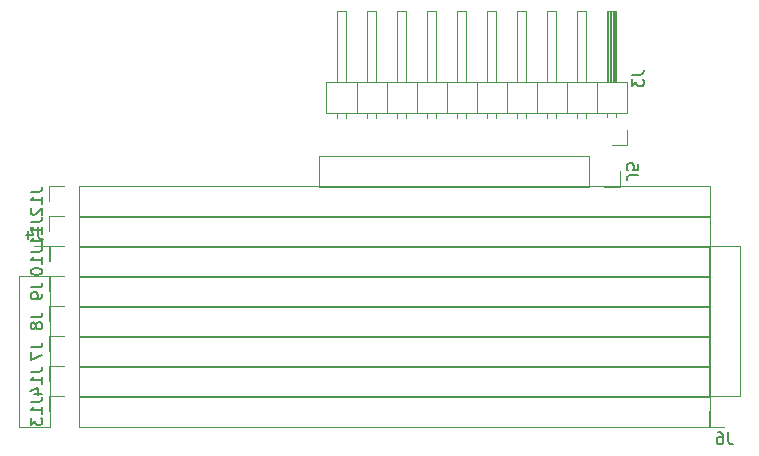
<source format=gbr>
G04 #@! TF.GenerationSoftware,KiCad,Pcbnew,(5.1.4)-1*
G04 #@! TF.CreationDate,2022-10-21T15:02:13+02:00*
G04 #@! TF.ProjectId,REG1-App-Universal,52454731-2d41-4707-902d-556e69766572,V00.01*
G04 #@! TF.SameCoordinates,Original*
G04 #@! TF.FileFunction,Legend,Bot*
G04 #@! TF.FilePolarity,Positive*
%FSLAX46Y46*%
G04 Gerber Fmt 4.6, Leading zero omitted, Abs format (unit mm)*
G04 Created by KiCad (PCBNEW (5.1.4)-1) date 2022-10-21 15:02:13*
%MOMM*%
%LPD*%
G04 APERTURE LIST*
%ADD10C,0.120000*%
%ADD11C,0.150000*%
G04 APERTURE END LIST*
D10*
X83110000Y-114230000D02*
X83110000Y-115560000D01*
X84440000Y-114230000D02*
X83110000Y-114230000D01*
X85710000Y-114230000D02*
X85710000Y-116890000D01*
X85710000Y-116890000D02*
X139110000Y-116890000D01*
X85710000Y-114230000D02*
X139110000Y-114230000D01*
X139110000Y-114230000D02*
X139110000Y-116890000D01*
X83110000Y-116770000D02*
X83110000Y-118100000D01*
X84440000Y-116770000D02*
X83110000Y-116770000D01*
X85710000Y-116770000D02*
X85710000Y-119430000D01*
X85710000Y-119430000D02*
X139110000Y-119430000D01*
X85710000Y-116770000D02*
X139110000Y-116770000D01*
X139110000Y-116770000D02*
X139110000Y-119430000D01*
X83110000Y-98990000D02*
X83110000Y-100320000D01*
X84440000Y-98990000D02*
X83110000Y-98990000D01*
X85710000Y-98990000D02*
X85710000Y-101650000D01*
X85710000Y-101650000D02*
X139110000Y-101650000D01*
X85710000Y-98990000D02*
X139110000Y-98990000D01*
X139110000Y-98990000D02*
X139110000Y-101650000D01*
X83110000Y-101530000D02*
X83110000Y-102860000D01*
X84440000Y-101530000D02*
X83110000Y-101530000D01*
X85710000Y-101530000D02*
X85710000Y-104190000D01*
X85710000Y-104190000D02*
X139110000Y-104190000D01*
X85710000Y-101530000D02*
X139110000Y-101530000D01*
X139110000Y-101530000D02*
X139110000Y-104190000D01*
X83110000Y-104070000D02*
X83110000Y-105400000D01*
X84440000Y-104070000D02*
X83110000Y-104070000D01*
X85710000Y-104070000D02*
X85710000Y-106730000D01*
X85710000Y-106730000D02*
X139110000Y-106730000D01*
X85710000Y-104070000D02*
X139110000Y-104070000D01*
X139110000Y-104070000D02*
X139110000Y-106730000D01*
X83110000Y-106610000D02*
X83110000Y-107940000D01*
X84440000Y-106610000D02*
X83110000Y-106610000D01*
X85710000Y-106610000D02*
X85710000Y-109270000D01*
X85710000Y-109270000D02*
X139110000Y-109270000D01*
X85710000Y-106610000D02*
X139110000Y-106610000D01*
X139110000Y-106610000D02*
X139110000Y-109270000D01*
X83110000Y-109150000D02*
X83110000Y-110480000D01*
X84440000Y-109150000D02*
X83110000Y-109150000D01*
X85710000Y-109150000D02*
X85710000Y-111810000D01*
X85710000Y-111810000D02*
X139110000Y-111810000D01*
X85710000Y-109150000D02*
X139110000Y-109150000D01*
X139110000Y-109150000D02*
X139110000Y-111810000D01*
X83110000Y-111690000D02*
X83110000Y-113020000D01*
X84440000Y-111690000D02*
X83110000Y-111690000D01*
X85710000Y-111690000D02*
X85710000Y-114350000D01*
X85710000Y-114350000D02*
X139110000Y-114350000D01*
X85710000Y-111690000D02*
X139110000Y-111690000D01*
X139110000Y-111690000D02*
X139110000Y-114350000D01*
X138990000Y-119430000D02*
X140320000Y-119430000D01*
X138990000Y-118100000D02*
X138990000Y-119430000D01*
X138990000Y-116830000D02*
X141650000Y-116830000D01*
X141650000Y-116830000D02*
X141650000Y-104070000D01*
X138990000Y-116830000D02*
X138990000Y-104070000D01*
X138990000Y-104070000D02*
X141650000Y-104070000D01*
X131490000Y-99110000D02*
X131490000Y-97780000D01*
X130160000Y-99110000D02*
X131490000Y-99110000D01*
X128890000Y-99110000D02*
X128890000Y-96450000D01*
X128890000Y-96450000D02*
X105970000Y-96450000D01*
X128890000Y-99110000D02*
X105970000Y-99110000D01*
X105970000Y-99110000D02*
X105970000Y-96450000D01*
X83230000Y-104070000D02*
X81900000Y-104070000D01*
X83230000Y-105400000D02*
X83230000Y-104070000D01*
X83230000Y-106670000D02*
X80570000Y-106670000D01*
X80570000Y-106670000D02*
X80570000Y-119430000D01*
X83230000Y-106670000D02*
X83230000Y-119430000D01*
X83230000Y-119430000D02*
X80570000Y-119430000D01*
X132030000Y-95570000D02*
X132030000Y-94300000D01*
X130760000Y-95570000D02*
X132030000Y-95570000D01*
X107520000Y-93257071D02*
X107520000Y-92860000D01*
X108280000Y-93257071D02*
X108280000Y-92860000D01*
X107520000Y-84200000D02*
X107520000Y-90200000D01*
X108280000Y-84200000D02*
X107520000Y-84200000D01*
X108280000Y-90200000D02*
X108280000Y-84200000D01*
X109170000Y-92860000D02*
X109170000Y-90200000D01*
X110060000Y-93257071D02*
X110060000Y-92860000D01*
X110820000Y-93257071D02*
X110820000Y-92860000D01*
X110060000Y-84200000D02*
X110060000Y-90200000D01*
X110820000Y-84200000D02*
X110060000Y-84200000D01*
X110820000Y-90200000D02*
X110820000Y-84200000D01*
X111710000Y-92860000D02*
X111710000Y-90200000D01*
X112600000Y-93257071D02*
X112600000Y-92860000D01*
X113360000Y-93257071D02*
X113360000Y-92860000D01*
X112600000Y-84200000D02*
X112600000Y-90200000D01*
X113360000Y-84200000D02*
X112600000Y-84200000D01*
X113360000Y-90200000D02*
X113360000Y-84200000D01*
X114250000Y-92860000D02*
X114250000Y-90200000D01*
X115140000Y-93257071D02*
X115140000Y-92860000D01*
X115900000Y-93257071D02*
X115900000Y-92860000D01*
X115140000Y-84200000D02*
X115140000Y-90200000D01*
X115900000Y-84200000D02*
X115140000Y-84200000D01*
X115900000Y-90200000D02*
X115900000Y-84200000D01*
X116790000Y-92860000D02*
X116790000Y-90200000D01*
X117680000Y-93257071D02*
X117680000Y-92860000D01*
X118440000Y-93257071D02*
X118440000Y-92860000D01*
X117680000Y-84200000D02*
X117680000Y-90200000D01*
X118440000Y-84200000D02*
X117680000Y-84200000D01*
X118440000Y-90200000D02*
X118440000Y-84200000D01*
X119330000Y-92860000D02*
X119330000Y-90200000D01*
X120220000Y-93257071D02*
X120220000Y-92860000D01*
X120980000Y-93257071D02*
X120980000Y-92860000D01*
X120220000Y-84200000D02*
X120220000Y-90200000D01*
X120980000Y-84200000D02*
X120220000Y-84200000D01*
X120980000Y-90200000D02*
X120980000Y-84200000D01*
X121870000Y-92860000D02*
X121870000Y-90200000D01*
X122760000Y-93257071D02*
X122760000Y-92860000D01*
X123520000Y-93257071D02*
X123520000Y-92860000D01*
X122760000Y-84200000D02*
X122760000Y-90200000D01*
X123520000Y-84200000D02*
X122760000Y-84200000D01*
X123520000Y-90200000D02*
X123520000Y-84200000D01*
X124410000Y-92860000D02*
X124410000Y-90200000D01*
X125300000Y-93257071D02*
X125300000Y-92860000D01*
X126060000Y-93257071D02*
X126060000Y-92860000D01*
X125300000Y-84200000D02*
X125300000Y-90200000D01*
X126060000Y-84200000D02*
X125300000Y-84200000D01*
X126060000Y-90200000D02*
X126060000Y-84200000D01*
X126950000Y-92860000D02*
X126950000Y-90200000D01*
X127840000Y-93257071D02*
X127840000Y-92860000D01*
X128600000Y-93257071D02*
X128600000Y-92860000D01*
X127840000Y-84200000D02*
X127840000Y-90200000D01*
X128600000Y-84200000D02*
X127840000Y-84200000D01*
X128600000Y-90200000D02*
X128600000Y-84200000D01*
X129490000Y-92860000D02*
X129490000Y-90200000D01*
X130380000Y-93190000D02*
X130380000Y-92860000D01*
X131140000Y-93190000D02*
X131140000Y-92860000D01*
X130480000Y-90200000D02*
X130480000Y-84200000D01*
X130600000Y-90200000D02*
X130600000Y-84200000D01*
X130720000Y-90200000D02*
X130720000Y-84200000D01*
X130840000Y-90200000D02*
X130840000Y-84200000D01*
X130960000Y-90200000D02*
X130960000Y-84200000D01*
X131080000Y-90200000D02*
X131080000Y-84200000D01*
X130380000Y-84200000D02*
X130380000Y-90200000D01*
X131140000Y-84200000D02*
X130380000Y-84200000D01*
X131140000Y-90200000D02*
X131140000Y-84200000D01*
X132090000Y-90200000D02*
X132090000Y-92860000D01*
X106570000Y-90200000D02*
X132090000Y-90200000D01*
X106570000Y-92860000D02*
X106570000Y-90200000D01*
X132090000Y-92860000D02*
X106570000Y-92860000D01*
D11*
X81562380Y-114750476D02*
X82276666Y-114750476D01*
X82419523Y-114702857D01*
X82514761Y-114607619D01*
X82562380Y-114464761D01*
X82562380Y-114369523D01*
X82562380Y-115750476D02*
X82562380Y-115179047D01*
X82562380Y-115464761D02*
X81562380Y-115464761D01*
X81705238Y-115369523D01*
X81800476Y-115274285D01*
X81848095Y-115179047D01*
X81895714Y-116607619D02*
X82562380Y-116607619D01*
X81514761Y-116369523D02*
X82229047Y-116131428D01*
X82229047Y-116750476D01*
X81562380Y-117290476D02*
X82276666Y-117290476D01*
X82419523Y-117242857D01*
X82514761Y-117147619D01*
X82562380Y-117004761D01*
X82562380Y-116909523D01*
X82562380Y-118290476D02*
X82562380Y-117719047D01*
X82562380Y-118004761D02*
X81562380Y-118004761D01*
X81705238Y-117909523D01*
X81800476Y-117814285D01*
X81848095Y-117719047D01*
X81562380Y-118623809D02*
X81562380Y-119242857D01*
X81943333Y-118909523D01*
X81943333Y-119052380D01*
X81990952Y-119147619D01*
X82038571Y-119195238D01*
X82133809Y-119242857D01*
X82371904Y-119242857D01*
X82467142Y-119195238D01*
X82514761Y-119147619D01*
X82562380Y-119052380D01*
X82562380Y-118766666D01*
X82514761Y-118671428D01*
X82467142Y-118623809D01*
X81562380Y-99510476D02*
X82276666Y-99510476D01*
X82419523Y-99462857D01*
X82514761Y-99367619D01*
X82562380Y-99224761D01*
X82562380Y-99129523D01*
X82562380Y-100510476D02*
X82562380Y-99939047D01*
X82562380Y-100224761D02*
X81562380Y-100224761D01*
X81705238Y-100129523D01*
X81800476Y-100034285D01*
X81848095Y-99939047D01*
X81657619Y-100891428D02*
X81610000Y-100939047D01*
X81562380Y-101034285D01*
X81562380Y-101272380D01*
X81610000Y-101367619D01*
X81657619Y-101415238D01*
X81752857Y-101462857D01*
X81848095Y-101462857D01*
X81990952Y-101415238D01*
X82562380Y-100843809D01*
X82562380Y-101462857D01*
X81562380Y-102050476D02*
X82276666Y-102050476D01*
X82419523Y-102002857D01*
X82514761Y-101907619D01*
X82562380Y-101764761D01*
X82562380Y-101669523D01*
X82562380Y-103050476D02*
X82562380Y-102479047D01*
X82562380Y-102764761D02*
X81562380Y-102764761D01*
X81705238Y-102669523D01*
X81800476Y-102574285D01*
X81848095Y-102479047D01*
X82562380Y-104002857D02*
X82562380Y-103431428D01*
X82562380Y-103717142D02*
X81562380Y-103717142D01*
X81705238Y-103621904D01*
X81800476Y-103526666D01*
X81848095Y-103431428D01*
X81562380Y-104590476D02*
X82276666Y-104590476D01*
X82419523Y-104542857D01*
X82514761Y-104447619D01*
X82562380Y-104304761D01*
X82562380Y-104209523D01*
X82562380Y-105590476D02*
X82562380Y-105019047D01*
X82562380Y-105304761D02*
X81562380Y-105304761D01*
X81705238Y-105209523D01*
X81800476Y-105114285D01*
X81848095Y-105019047D01*
X81562380Y-106209523D02*
X81562380Y-106304761D01*
X81610000Y-106400000D01*
X81657619Y-106447619D01*
X81752857Y-106495238D01*
X81943333Y-106542857D01*
X82181428Y-106542857D01*
X82371904Y-106495238D01*
X82467142Y-106447619D01*
X82514761Y-106400000D01*
X82562380Y-106304761D01*
X82562380Y-106209523D01*
X82514761Y-106114285D01*
X82467142Y-106066666D01*
X82371904Y-106019047D01*
X82181428Y-105971428D01*
X81943333Y-105971428D01*
X81752857Y-106019047D01*
X81657619Y-106066666D01*
X81610000Y-106114285D01*
X81562380Y-106209523D01*
X81562380Y-107606666D02*
X82276666Y-107606666D01*
X82419523Y-107559047D01*
X82514761Y-107463809D01*
X82562380Y-107320952D01*
X82562380Y-107225714D01*
X82562380Y-108130476D02*
X82562380Y-108320952D01*
X82514761Y-108416190D01*
X82467142Y-108463809D01*
X82324285Y-108559047D01*
X82133809Y-108606666D01*
X81752857Y-108606666D01*
X81657619Y-108559047D01*
X81610000Y-108511428D01*
X81562380Y-108416190D01*
X81562380Y-108225714D01*
X81610000Y-108130476D01*
X81657619Y-108082857D01*
X81752857Y-108035238D01*
X81990952Y-108035238D01*
X82086190Y-108082857D01*
X82133809Y-108130476D01*
X82181428Y-108225714D01*
X82181428Y-108416190D01*
X82133809Y-108511428D01*
X82086190Y-108559047D01*
X81990952Y-108606666D01*
X81562380Y-110146666D02*
X82276666Y-110146666D01*
X82419523Y-110099047D01*
X82514761Y-110003809D01*
X82562380Y-109860952D01*
X82562380Y-109765714D01*
X81990952Y-110765714D02*
X81943333Y-110670476D01*
X81895714Y-110622857D01*
X81800476Y-110575238D01*
X81752857Y-110575238D01*
X81657619Y-110622857D01*
X81610000Y-110670476D01*
X81562380Y-110765714D01*
X81562380Y-110956190D01*
X81610000Y-111051428D01*
X81657619Y-111099047D01*
X81752857Y-111146666D01*
X81800476Y-111146666D01*
X81895714Y-111099047D01*
X81943333Y-111051428D01*
X81990952Y-110956190D01*
X81990952Y-110765714D01*
X82038571Y-110670476D01*
X82086190Y-110622857D01*
X82181428Y-110575238D01*
X82371904Y-110575238D01*
X82467142Y-110622857D01*
X82514761Y-110670476D01*
X82562380Y-110765714D01*
X82562380Y-110956190D01*
X82514761Y-111051428D01*
X82467142Y-111099047D01*
X82371904Y-111146666D01*
X82181428Y-111146666D01*
X82086190Y-111099047D01*
X82038571Y-111051428D01*
X81990952Y-110956190D01*
X81562380Y-112686666D02*
X82276666Y-112686666D01*
X82419523Y-112639047D01*
X82514761Y-112543809D01*
X82562380Y-112400952D01*
X82562380Y-112305714D01*
X81562380Y-113067619D02*
X81562380Y-113734285D01*
X82562380Y-113305714D01*
X140653333Y-119882380D02*
X140653333Y-120596666D01*
X140700952Y-120739523D01*
X140796190Y-120834761D01*
X140939047Y-120882380D01*
X141034285Y-120882380D01*
X139748571Y-119882380D02*
X139939047Y-119882380D01*
X140034285Y-119930000D01*
X140081904Y-119977619D01*
X140177142Y-120120476D01*
X140224761Y-120310952D01*
X140224761Y-120691904D01*
X140177142Y-120787142D01*
X140129523Y-120834761D01*
X140034285Y-120882380D01*
X139843809Y-120882380D01*
X139748571Y-120834761D01*
X139700952Y-120787142D01*
X139653333Y-120691904D01*
X139653333Y-120453809D01*
X139700952Y-120358571D01*
X139748571Y-120310952D01*
X139843809Y-120263333D01*
X140034285Y-120263333D01*
X140129523Y-120310952D01*
X140177142Y-120358571D01*
X140224761Y-120453809D01*
X133037619Y-98113333D02*
X132323333Y-98113333D01*
X132180476Y-98160952D01*
X132085238Y-98256190D01*
X132037619Y-98399047D01*
X132037619Y-98494285D01*
X133037619Y-97160952D02*
X133037619Y-97637142D01*
X132561428Y-97684761D01*
X132609047Y-97637142D01*
X132656666Y-97541904D01*
X132656666Y-97303809D01*
X132609047Y-97208571D01*
X132561428Y-97160952D01*
X132466190Y-97113333D01*
X132228095Y-97113333D01*
X132132857Y-97160952D01*
X132085238Y-97208571D01*
X132037619Y-97303809D01*
X132037619Y-97541904D01*
X132085238Y-97637142D01*
X132132857Y-97684761D01*
X82233333Y-102522380D02*
X82233333Y-103236666D01*
X82280952Y-103379523D01*
X82376190Y-103474761D01*
X82519047Y-103522380D01*
X82614285Y-103522380D01*
X81328571Y-102855714D02*
X81328571Y-103522380D01*
X81566666Y-102474761D02*
X81804761Y-103189047D01*
X81185714Y-103189047D01*
X132482380Y-89581666D02*
X133196666Y-89581666D01*
X133339523Y-89534047D01*
X133434761Y-89438809D01*
X133482380Y-89295952D01*
X133482380Y-89200714D01*
X132482380Y-89962619D02*
X132482380Y-90581666D01*
X132863333Y-90248333D01*
X132863333Y-90391190D01*
X132910952Y-90486428D01*
X132958571Y-90534047D01*
X133053809Y-90581666D01*
X133291904Y-90581666D01*
X133387142Y-90534047D01*
X133434761Y-90486428D01*
X133482380Y-90391190D01*
X133482380Y-90105476D01*
X133434761Y-90010238D01*
X133387142Y-89962619D01*
M02*

</source>
